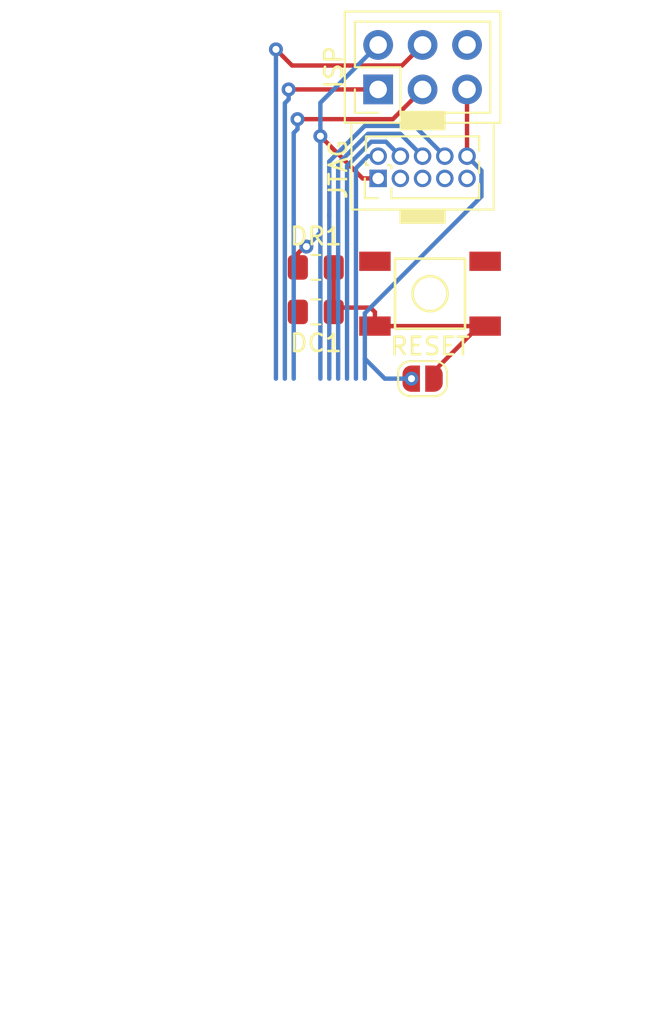
<source format=kicad_pcb>
(kicad_pcb (version 20171130) (host pcbnew 5.1.2)

  (general
    (thickness 1.6)
    (drawings 13)
    (tracks 75)
    (zones 0)
    (modules 6)
    (nets 13)
  )

  (page A4)
  (layers
    (0 F.Cu signal)
    (31 B.Cu signal)
    (32 B.Adhes user)
    (33 F.Adhes user)
    (34 B.Paste user)
    (35 F.Paste user)
    (36 B.SilkS user)
    (37 F.SilkS user)
    (38 B.Mask user)
    (39 F.Mask user)
    (40 Dwgs.User user)
    (41 Cmts.User user)
    (42 Eco1.User user)
    (43 Eco2.User user)
    (44 Edge.Cuts user)
    (45 Margin user)
    (46 B.CrtYd user)
    (47 F.CrtYd user)
    (48 B.Fab user)
    (49 F.Fab user)
  )

  (setup
    (last_trace_width 0.25)
    (trace_clearance 0.2)
    (zone_clearance 0.508)
    (zone_45_only no)
    (trace_min 0.2)
    (via_size 0.8)
    (via_drill 0.4)
    (via_min_size 0.4)
    (via_min_drill 0.3)
    (uvia_size 0.3)
    (uvia_drill 0.1)
    (uvias_allowed no)
    (uvia_min_size 0.2)
    (uvia_min_drill 0.1)
    (edge_width 0.05)
    (segment_width 0.2)
    (pcb_text_width 0.3)
    (pcb_text_size 1.5 1.5)
    (mod_edge_width 0.12)
    (mod_text_size 1 1)
    (mod_text_width 0.15)
    (pad_size 1.524 1.524)
    (pad_drill 0.762)
    (pad_to_mask_clearance 0.051)
    (solder_mask_min_width 0.25)
    (aux_axis_origin 0 0)
    (visible_elements FFFFFF7F)
    (pcbplotparams
      (layerselection 0x010fc_ffffffff)
      (usegerberextensions false)
      (usegerberattributes false)
      (usegerberadvancedattributes false)
      (creategerberjobfile false)
      (excludeedgelayer true)
      (linewidth 0.100000)
      (plotframeref false)
      (viasonmask false)
      (mode 1)
      (useauxorigin false)
      (hpglpennumber 1)
      (hpglpenspeed 20)
      (hpglpendiameter 15.000000)
      (psnegative false)
      (psa4output false)
      (plotreference true)
      (plotvalue true)
      (plotinvisibletext false)
      (padsonsilk false)
      (subtractmaskfromsilk false)
      (outputformat 1)
      (mirror false)
      (drillshape 1)
      (scaleselection 1)
      (outputdirectory ""))
  )

  (net 0 "")
  (net 1 GND)
  (net 2 VDD)
  (net 3 TCK)
  (net 4 TMS)
  (net 5 TDO)
  (net 6 TDI)
  (net 7 "Net-(DJ1-Pad5)")
  (net 8 ~RESET)
  (net 9 MOSI)
  (net 10 SCK)
  (net 11 MISO)
  (net 12 "Net-(DC1-Pad2)")

  (net_class Default "Dit is de standaard class."
    (clearance 0.2)
    (trace_width 0.25)
    (via_dia 0.8)
    (via_drill 0.4)
    (uvia_dia 0.3)
    (uvia_drill 0.1)
    (add_net GND)
    (add_net MISO)
    (add_net MOSI)
    (add_net "Net-(DC1-Pad2)")
    (add_net "Net-(DJ1-Pad5)")
    (add_net SCK)
    (add_net TCK)
    (add_net TDI)
    (add_net TDO)
    (add_net TMS)
    (add_net VDD)
    (add_net ~RESET)
  )

  (module Jumper:SolderJumper-2_P1.3mm_Open_RoundedPad1.0x1.5mm (layer F.Cu) (tedit 5B391E66) (tstamp 5CD47CDC)
    (at 156.21 72.39)
    (descr "SMD Solder Jumper, 1x1.5mm, rounded Pads, 0.3mm gap, open")
    (tags "solder jumper open")
    (path /5CD4C725)
    (attr virtual)
    (fp_text reference DJP1 (at 0 -1.8) (layer F.SilkS) hide
      (effects (font (size 1 1) (thickness 0.15)))
    )
    (fp_text value SolderJumper_2_Open (at 0 1.9) (layer F.Fab)
      (effects (font (size 1 1) (thickness 0.15)))
    )
    (fp_line (start 1.65 1.25) (end -1.65 1.25) (layer F.CrtYd) (width 0.05))
    (fp_line (start 1.65 1.25) (end 1.65 -1.25) (layer F.CrtYd) (width 0.05))
    (fp_line (start -1.65 -1.25) (end -1.65 1.25) (layer F.CrtYd) (width 0.05))
    (fp_line (start -1.65 -1.25) (end 1.65 -1.25) (layer F.CrtYd) (width 0.05))
    (fp_line (start -0.7 -1) (end 0.7 -1) (layer F.SilkS) (width 0.12))
    (fp_line (start 1.4 -0.3) (end 1.4 0.3) (layer F.SilkS) (width 0.12))
    (fp_line (start 0.7 1) (end -0.7 1) (layer F.SilkS) (width 0.12))
    (fp_line (start -1.4 0.3) (end -1.4 -0.3) (layer F.SilkS) (width 0.12))
    (fp_arc (start -0.7 -0.3) (end -0.7 -1) (angle -90) (layer F.SilkS) (width 0.12))
    (fp_arc (start -0.7 0.3) (end -1.4 0.3) (angle -90) (layer F.SilkS) (width 0.12))
    (fp_arc (start 0.7 0.3) (end 0.7 1) (angle -90) (layer F.SilkS) (width 0.12))
    (fp_arc (start 0.7 -0.3) (end 1.4 -0.3) (angle -90) (layer F.SilkS) (width 0.12))
    (pad 2 smd custom (at 0.65 0) (size 1 0.5) (layers F.Cu F.Mask)
      (net 12 "Net-(DC1-Pad2)") (zone_connect 2)
      (options (clearance outline) (anchor rect))
      (primitives
        (gr_circle (center 0 0.25) (end 0.5 0.25) (width 0))
        (gr_circle (center 0 -0.25) (end 0.5 -0.25) (width 0))
        (gr_poly (pts
           (xy 0 -0.75) (xy -0.5 -0.75) (xy -0.5 0.75) (xy 0 0.75)) (width 0))
      ))
    (pad 1 smd custom (at -0.65 0) (size 1 0.5) (layers F.Cu F.Mask)
      (net 8 ~RESET) (zone_connect 2)
      (options (clearance outline) (anchor rect))
      (primitives
        (gr_circle (center 0 0.25) (end 0.5 0.25) (width 0))
        (gr_circle (center 0 -0.25) (end 0.5 -0.25) (width 0))
        (gr_poly (pts
           (xy 0 -0.75) (xy 0.5 -0.75) (xy 0.5 0.75) (xy 0 0.75)) (width 0))
      ))
  )

  (module Connector_PinHeader_2.54mm:PinHeader_2x03_P2.54mm_Vertical (layer F.Cu) (tedit 59FED5CC) (tstamp 5CD47857)
    (at 153.67 55.88 90)
    (descr "Through hole straight pin header, 2x03, 2.54mm pitch, double rows")
    (tags "Through hole pin header THT 2x03 2.54mm double row")
    (path /5CD47AD2)
    (fp_text reference DJ2 (at 1.27 -2.33 90) (layer F.SilkS) hide
      (effects (font (size 1 1) (thickness 0.15)))
    )
    (fp_text value ISP (at 1.27 -2.54 90) (layer F.SilkS)
      (effects (font (size 1 1) (thickness 0.15)))
    )
    (fp_text user %R (at 1.27 2.54) (layer F.Fab)
      (effects (font (size 1 1) (thickness 0.15)))
    )
    (fp_line (start 4.35 -1.8) (end -1.8 -1.8) (layer F.CrtYd) (width 0.05))
    (fp_line (start 4.35 6.85) (end 4.35 -1.8) (layer F.CrtYd) (width 0.05))
    (fp_line (start -1.8 6.85) (end 4.35 6.85) (layer F.CrtYd) (width 0.05))
    (fp_line (start -1.8 -1.8) (end -1.8 6.85) (layer F.CrtYd) (width 0.05))
    (fp_line (start -1.33 -1.33) (end 0 -1.33) (layer F.SilkS) (width 0.12))
    (fp_line (start -1.33 0) (end -1.33 -1.33) (layer F.SilkS) (width 0.12))
    (fp_line (start 1.27 -1.33) (end 3.87 -1.33) (layer F.SilkS) (width 0.12))
    (fp_line (start 1.27 1.27) (end 1.27 -1.33) (layer F.SilkS) (width 0.12))
    (fp_line (start -1.33 1.27) (end 1.27 1.27) (layer F.SilkS) (width 0.12))
    (fp_line (start 3.87 -1.33) (end 3.87 6.41) (layer F.SilkS) (width 0.12))
    (fp_line (start -1.33 1.27) (end -1.33 6.41) (layer F.SilkS) (width 0.12))
    (fp_line (start -1.33 6.41) (end 3.87 6.41) (layer F.SilkS) (width 0.12))
    (fp_line (start -1.27 0) (end 0 -1.27) (layer F.Fab) (width 0.1))
    (fp_line (start -1.27 6.35) (end -1.27 0) (layer F.Fab) (width 0.1))
    (fp_line (start 3.81 6.35) (end -1.27 6.35) (layer F.Fab) (width 0.1))
    (fp_line (start 3.81 -1.27) (end 3.81 6.35) (layer F.Fab) (width 0.1))
    (fp_line (start 0 -1.27) (end 3.81 -1.27) (layer F.Fab) (width 0.1))
    (pad 6 thru_hole oval (at 2.54 5.08 90) (size 1.7 1.7) (drill 1) (layers *.Cu *.Mask)
      (net 1 GND))
    (pad 5 thru_hole oval (at 0 5.08 90) (size 1.7 1.7) (drill 1) (layers *.Cu *.Mask)
      (net 8 ~RESET))
    (pad 4 thru_hole oval (at 2.54 2.54 90) (size 1.7 1.7) (drill 1) (layers *.Cu *.Mask)
      (net 9 MOSI))
    (pad 3 thru_hole oval (at 0 2.54 90) (size 1.7 1.7) (drill 1) (layers *.Cu *.Mask)
      (net 10 SCK))
    (pad 2 thru_hole oval (at 2.54 0 90) (size 1.7 1.7) (drill 1) (layers *.Cu *.Mask)
      (net 2 VDD))
    (pad 1 thru_hole rect (at 0 0 90) (size 1.7 1.7) (drill 1) (layers *.Cu *.Mask)
      (net 11 MISO))
    (model ${KISYS3DMOD}/Connector_PinHeader_2.54mm.3dshapes/PinHeader_2x03_P2.54mm_Vertical.wrl
      (at (xyz 0 0 0))
      (scale (xyz 1 1 1))
      (rotate (xyz 0 0 0))
    )
  )

  (module lib:TS-1187 (layer F.Cu) (tedit 5C23E748) (tstamp 5CD31350)
    (at 156.635 67.54 180)
    (path /5CD35511)
    (fp_text reference DSW1 (at 0 3) (layer F.SilkS) hide
      (effects (font (size 1 1) (thickness 0.15)))
    )
    (fp_text value RESET (at 0 -3) (layer F.SilkS)
      (effects (font (size 1 1) (thickness 0.15)))
    )
    (fp_circle (center 0 0) (end 1 0) (layer F.SilkS) (width 0.15))
    (fp_line (start 2 2) (end -2 2) (layer F.SilkS) (width 0.15))
    (fp_line (start 2 -2) (end 2 2) (layer F.SilkS) (width 0.15))
    (fp_line (start -2 -2) (end 2 -2) (layer F.SilkS) (width 0.15))
    (fp_line (start -2 2) (end -2 -2) (layer F.SilkS) (width 0.15))
    (pad 2 smd rect (at 3.15 1.85 180) (size 1.8 1.1) (layers F.Cu F.Paste F.Mask)
      (net 1 GND))
    (pad 1 smd rect (at 3.15 -1.85 180) (size 1.8 1.1) (layers F.Cu F.Paste F.Mask)
      (net 12 "Net-(DC1-Pad2)"))
    (pad 2 smd rect (at -3.15 1.85 180) (size 1.8 1.1) (layers F.Cu F.Paste F.Mask)
      (net 1 GND))
    (pad 1 smd rect (at -3.15 -1.85 180) (size 1.8 1.1) (layers F.Cu F.Paste F.Mask)
      (net 12 "Net-(DC1-Pad2)"))
  )

  (module Resistor_SMD:R_0805_2012Metric_Pad1.15x1.40mm_HandSolder (layer F.Cu) (tedit 5B36C52B) (tstamp 5CD345C8)
    (at 150.105 66.04)
    (descr "Resistor SMD 0805 (2012 Metric), square (rectangular) end terminal, IPC_7351 nominal with elongated pad for handsoldering. (Body size source: https://docs.google.com/spreadsheets/d/1BsfQQcO9C6DZCsRaXUlFlo91Tg2WpOkGARC1WS5S8t0/edit?usp=sharing), generated with kicad-footprint-generator")
    (tags "resistor handsolder")
    (path /5CD372D0)
    (attr smd)
    (fp_text reference DR1 (at 0.009 -1.778) (layer F.SilkS)
      (effects (font (size 1 1) (thickness 0.15)))
    )
    (fp_text value 10K (at 0 1.65) (layer F.Fab)
      (effects (font (size 1 1) (thickness 0.15)))
    )
    (fp_text user %R (at 0 0) (layer F.Fab)
      (effects (font (size 0.5 0.5) (thickness 0.08)))
    )
    (fp_line (start 1.85 0.95) (end -1.85 0.95) (layer F.CrtYd) (width 0.05))
    (fp_line (start 1.85 -0.95) (end 1.85 0.95) (layer F.CrtYd) (width 0.05))
    (fp_line (start -1.85 -0.95) (end 1.85 -0.95) (layer F.CrtYd) (width 0.05))
    (fp_line (start -1.85 0.95) (end -1.85 -0.95) (layer F.CrtYd) (width 0.05))
    (fp_line (start -0.261252 0.71) (end 0.261252 0.71) (layer F.SilkS) (width 0.12))
    (fp_line (start -0.261252 -0.71) (end 0.261252 -0.71) (layer F.SilkS) (width 0.12))
    (fp_line (start 1 0.6) (end -1 0.6) (layer F.Fab) (width 0.1))
    (fp_line (start 1 -0.6) (end 1 0.6) (layer F.Fab) (width 0.1))
    (fp_line (start -1 -0.6) (end 1 -0.6) (layer F.Fab) (width 0.1))
    (fp_line (start -1 0.6) (end -1 -0.6) (layer F.Fab) (width 0.1))
    (pad 2 smd roundrect (at 1.025 0) (size 1.15 1.4) (layers F.Cu F.Paste F.Mask) (roundrect_rratio 0.217391)
      (net 12 "Net-(DC1-Pad2)"))
    (pad 1 smd roundrect (at -1.025 0) (size 1.15 1.4) (layers F.Cu F.Paste F.Mask) (roundrect_rratio 0.217391)
      (net 2 VDD))
    (model ${KISYS3DMOD}/Resistor_SMD.3dshapes/R_0805_2012Metric.wrl
      (at (xyz 0 0 0))
      (scale (xyz 1 1 1))
      (rotate (xyz 0 0 0))
    )
  )

  (module Connector_PinHeader_1.27mm:PinHeader_2x05_P1.27mm_Vertical locked (layer F.Cu) (tedit 59FED6E3) (tstamp 5CD31319)
    (at 153.67 60.96 90)
    (descr "Through hole straight pin header, 2x05, 1.27mm pitch, double rows")
    (tags "Through hole pin header THT 2x05 1.27mm double row")
    (path /5CD31435)
    (fp_text reference DJ1 (at 0.635 -1.695 90) (layer F.SilkS) hide
      (effects (font (size 1 1) (thickness 0.15)))
    )
    (fp_text value JTAG (at 0.508 -2.286 270) (layer F.SilkS)
      (effects (font (size 1 1) (thickness 0.15)))
    )
    (fp_line (start -0.2175 -0.635) (end 2.34 -0.635) (layer F.Fab) (width 0.1))
    (fp_line (start 2.34 -0.635) (end 2.34 5.715) (layer F.Fab) (width 0.1))
    (fp_line (start 2.34 5.715) (end -1.07 5.715) (layer F.Fab) (width 0.1))
    (fp_line (start -1.07 5.715) (end -1.07 0.2175) (layer F.Fab) (width 0.1))
    (fp_line (start -1.07 0.2175) (end -0.2175 -0.635) (layer F.Fab) (width 0.1))
    (fp_line (start -1.13 5.775) (end -0.30753 5.775) (layer F.SilkS) (width 0.12))
    (fp_line (start 1.57753 5.775) (end 2.4 5.775) (layer F.SilkS) (width 0.12))
    (fp_line (start 0.30753 5.775) (end 0.96247 5.775) (layer F.SilkS) (width 0.12))
    (fp_line (start -1.13 0.76) (end -1.13 5.775) (layer F.SilkS) (width 0.12))
    (fp_line (start 2.4 -0.695) (end 2.4 5.775) (layer F.SilkS) (width 0.12))
    (fp_line (start -1.13 0.76) (end -0.563471 0.76) (layer F.SilkS) (width 0.12))
    (fp_line (start 0.563471 0.76) (end 0.706529 0.76) (layer F.SilkS) (width 0.12))
    (fp_line (start 0.76 0.706529) (end 0.76 0.563471) (layer F.SilkS) (width 0.12))
    (fp_line (start 0.76 -0.563471) (end 0.76 -0.695) (layer F.SilkS) (width 0.12))
    (fp_line (start 0.76 -0.695) (end 0.96247 -0.695) (layer F.SilkS) (width 0.12))
    (fp_line (start 1.57753 -0.695) (end 2.4 -0.695) (layer F.SilkS) (width 0.12))
    (fp_line (start -1.13 0) (end -1.13 -0.76) (layer F.SilkS) (width 0.12))
    (fp_line (start -1.13 -0.76) (end 0 -0.76) (layer F.SilkS) (width 0.12))
    (fp_line (start -1.6 -1.15) (end -1.6 6.25) (layer F.CrtYd) (width 0.05))
    (fp_line (start -1.6 6.25) (end 2.85 6.25) (layer F.CrtYd) (width 0.05))
    (fp_line (start 2.85 6.25) (end 2.85 -1.15) (layer F.CrtYd) (width 0.05))
    (fp_line (start 2.85 -1.15) (end -1.6 -1.15) (layer F.CrtYd) (width 0.05))
    (fp_text user %R (at 0.635 2.54) (layer F.Fab)
      (effects (font (size 1 1) (thickness 0.15)))
    )
    (pad 1 thru_hole rect (at 0 0 90) (size 1 1) (drill 0.65) (layers *.Cu *.Mask)
      (net 2 VDD))
    (pad 2 thru_hole oval (at 1.27 0 90) (size 1 1) (drill 0.65) (layers *.Cu *.Mask)
      (net 4 TMS))
    (pad 3 thru_hole oval (at 0 1.27 90) (size 1 1) (drill 0.65) (layers *.Cu *.Mask)
      (net 1 GND))
    (pad 4 thru_hole oval (at 1.27 1.27 90) (size 1 1) (drill 0.65) (layers *.Cu *.Mask)
      (net 3 TCK))
    (pad 5 thru_hole oval (at 0 2.54 90) (size 1 1) (drill 0.65) (layers *.Cu *.Mask)
      (net 7 "Net-(DJ1-Pad5)"))
    (pad 6 thru_hole oval (at 1.27 2.54 90) (size 1 1) (drill 0.65) (layers *.Cu *.Mask)
      (net 5 TDO))
    (pad 7 thru_hole oval (at 0 3.81 90) (size 1 1) (drill 0.65) (layers *.Cu *.Mask)
      (net 1 GND))
    (pad 8 thru_hole oval (at 1.27 3.81 90) (size 1 1) (drill 0.65) (layers *.Cu *.Mask)
      (net 6 TDI))
    (pad 9 thru_hole oval (at 0 5.08 90) (size 1 1) (drill 0.65) (layers *.Cu *.Mask)
      (net 1 GND))
    (pad 10 thru_hole oval (at 1.27 5.08 90) (size 1 1) (drill 0.65) (layers *.Cu *.Mask)
      (net 8 ~RESET))
    (model ${KISYS3DMOD}/Connector_PinHeader_1.27mm.3dshapes/PinHeader_2x05_P1.27mm_Vertical.wrl
      (at (xyz 0 0 0))
      (scale (xyz 1 1 1))
      (rotate (xyz 0 0 0))
    )
  )

  (module Capacitor_SMD:C_0805_2012Metric_Pad1.15x1.40mm_HandSolder (layer F.Cu) (tedit 5B36C52B) (tstamp 5CD312F4)
    (at 150.105 68.58)
    (descr "Capacitor SMD 0805 (2012 Metric), square (rectangular) end terminal, IPC_7351 nominal with elongated pad for handsoldering. (Body size source: https://docs.google.com/spreadsheets/d/1BsfQQcO9C6DZCsRaXUlFlo91Tg2WpOkGARC1WS5S8t0/edit?usp=sharing), generated with kicad-footprint-generator")
    (tags "capacitor handsolder")
    (path /5CD35E46)
    (attr smd)
    (fp_text reference DC1 (at 0.009 1.778) (layer F.SilkS)
      (effects (font (size 1 1) (thickness 0.15)))
    )
    (fp_text value 100nF (at 0 1.65) (layer F.Fab)
      (effects (font (size 1 1) (thickness 0.15)))
    )
    (fp_text user %R (at 0 0) (layer F.Fab)
      (effects (font (size 0.5 0.5) (thickness 0.08)))
    )
    (fp_line (start 1.85 0.95) (end -1.85 0.95) (layer F.CrtYd) (width 0.05))
    (fp_line (start 1.85 -0.95) (end 1.85 0.95) (layer F.CrtYd) (width 0.05))
    (fp_line (start -1.85 -0.95) (end 1.85 -0.95) (layer F.CrtYd) (width 0.05))
    (fp_line (start -1.85 0.95) (end -1.85 -0.95) (layer F.CrtYd) (width 0.05))
    (fp_line (start -0.261252 0.71) (end 0.261252 0.71) (layer F.SilkS) (width 0.12))
    (fp_line (start -0.261252 -0.71) (end 0.261252 -0.71) (layer F.SilkS) (width 0.12))
    (fp_line (start 1 0.6) (end -1 0.6) (layer F.Fab) (width 0.1))
    (fp_line (start 1 -0.6) (end 1 0.6) (layer F.Fab) (width 0.1))
    (fp_line (start -1 -0.6) (end 1 -0.6) (layer F.Fab) (width 0.1))
    (fp_line (start -1 0.6) (end -1 -0.6) (layer F.Fab) (width 0.1))
    (pad 2 smd roundrect (at 1.025 0) (size 1.15 1.4) (layers F.Cu F.Paste F.Mask) (roundrect_rratio 0.217391)
      (net 12 "Net-(DC1-Pad2)"))
    (pad 1 smd roundrect (at -1.025 0) (size 1.15 1.4) (layers F.Cu F.Paste F.Mask) (roundrect_rratio 0.217391)
      (net 1 GND))
    (model ${KISYS3DMOD}/Capacitor_SMD.3dshapes/C_0805_2012Metric.wrl
      (at (xyz 0 0 0))
      (scale (xyz 1 1 1))
      (rotate (xyz 0 0 0))
    )
  )

  (gr_poly (pts (xy 154.94 57.21) (xy 154.94 58.166) (xy 157.48 58.166) (xy 157.48 57.15) (xy 154.94 57.15)) (layer F.SilkS) (width 0.1))
  (gr_line (start 151.765 51.435) (end 151.765 57.785) (layer F.SilkS) (width 0.12) (tstamp 5CD4808E))
  (gr_line (start 160.655 51.435) (end 151.765 51.435) (layer F.SilkS) (width 0.12))
  (gr_line (start 160.655 57.785) (end 160.655 51.435) (layer F.SilkS) (width 0.12))
  (gr_line (start 151.765 57.785) (end 160.655 57.785) (layer F.SilkS) (width 0.12))
  (gr_poly (pts (xy 154.94 62.738) (xy 154.94 63.5) (xy 157.48 63.5) (xy 157.48 62.738)) (layer F.SilkS) (width 0.1))
  (gr_line (start 152.146 62.738) (end 152.146 57.912) (layer F.SilkS) (width 0.12) (tstamp 5CD343BA))
  (gr_line (start 160.274 62.738) (end 152.146 62.738) (layer F.SilkS) (width 0.12))
  (gr_line (start 160.274 57.912) (end 160.274 62.738) (layer F.SilkS) (width 0.12))
  (gr_line (start 170.18 50.8) (end 132.08 50.8) (layer Dwgs.User) (width 0.05) (tstamp 5CD3006B))
  (gr_line (start 170.18 109.22) (end 170.18 50.8) (layer Dwgs.User) (width 0.05))
  (gr_line (start 132.08 109.22) (end 170.18 109.22) (layer Dwgs.User) (width 0.05))
  (gr_line (start 132.08 50.8) (end 132.08 109.22) (layer Dwgs.User) (width 0.05))

  (via (at 155.575 72.39) (size 0.8) (drill 0.4) (layers F.Cu B.Cu) (net 8))
  (segment (start 147.828 72.39) (end 147.828 61.722) (width 0.25) (layer B.Cu) (net 9))
  (via (at 147.828 53.594) (size 0.8) (drill 0.4) (layers F.Cu B.Cu) (net 9))
  (segment (start 147.828 61.722) (end 147.828 53.594) (width 0.25) (layer B.Cu) (net 9))
  (segment (start 153.67 61.205) (end 153.67 60.96) (width 0.25) (layer F.Cu) (net 2))
  (segment (start 150.368 72.39) (end 150.368 63.754) (width 0.25) (layer B.Cu) (net 2))
  (segment (start 150.368 63.754) (end 150.368 59.861768) (width 0.25) (layer B.Cu) (net 2))
  (segment (start 150.368 56.642) (end 153.67 53.34) (width 0.25) (layer B.Cu) (net 2))
  (segment (start 150.368 59.861768) (end 150.368 58.547) (width 0.25) (layer B.Cu) (net 2))
  (segment (start 150.368 64.051805) (end 149.969009 64.450796) (width 0.25) (layer B.Cu) (net 2))
  (segment (start 149.08 65.24) (end 149.469205 64.850795) (width 0.25) (layer F.Cu) (net 2))
  (via (at 149.56901 64.850795) (size 0.8) (drill 0.4) (layers F.Cu B.Cu) (net 2))
  (segment (start 149.08 66.04) (end 149.08 65.24) (width 0.25) (layer F.Cu) (net 2))
  (segment (start 149.469205 64.850795) (end 149.56901 64.850795) (width 0.25) (layer F.Cu) (net 2))
  (segment (start 149.969009 64.450796) (end 149.56901 64.850795) (width 0.25) (layer B.Cu) (net 2))
  (segment (start 150.368 63.754) (end 150.368 64.051805) (width 0.25) (layer B.Cu) (net 2))
  (segment (start 150.368 58.547) (end 150.368 56.642) (width 0.25) (layer B.Cu) (net 2) (tstamp 5CD47E17))
  (via (at 150.368 58.547) (size 0.8) (drill 0.4) (layers F.Cu B.Cu) (net 2))
  (segment (start 152.781 60.96) (end 150.368 58.547) (width 0.25) (layer F.Cu) (net 2))
  (segment (start 153.67 60.96) (end 152.781 60.96) (width 0.25) (layer F.Cu) (net 2))
  (segment (start 159.785 69.39) (end 160.48 69.39) (width 0.25) (layer F.Cu) (net 12))
  (segment (start 151.13 68.335) (end 153.23 68.335) (width 0.25) (layer F.Cu) (net 12))
  (segment (start 152.908 68.657) (end 153.23 68.335) (width 0.25) (layer B.Cu) (net 8))
  (segment (start 153.629999 67.935001) (end 153.23 68.335) (width 0.25) (layer B.Cu) (net 8))
  (segment (start 159.575001 61.989999) (end 153.629999 67.935001) (width 0.25) (layer B.Cu) (net 8))
  (segment (start 159.575001 60.515001) (end 159.575001 61.989999) (width 0.25) (layer B.Cu) (net 8))
  (segment (start 158.75 59.69) (end 159.575001 60.515001) (width 0.25) (layer B.Cu) (net 8))
  (segment (start 155.575 72.39) (end 154.051 72.39) (width 0.25) (layer B.Cu) (net 8))
  (segment (start 152.908 72.39) (end 152.908 71.247) (width 0.25) (layer B.Cu) (net 8))
  (segment (start 154.051 72.39) (end 152.908 71.247) (width 0.25) (layer B.Cu) (net 8))
  (segment (start 152.908 71.247) (end 152.908 68.657) (width 0.25) (layer B.Cu) (net 8))
  (segment (start 151.13 68.58) (end 151.13 66.04) (width 0.25) (layer F.Cu) (net 12))
  (segment (start 154.114999 58.864999) (end 154.94 59.69) (width 0.25) (layer B.Cu) (net 3))
  (segment (start 153.273999 58.864999) (end 154.114999 58.864999) (width 0.25) (layer B.Cu) (net 3))
  (segment (start 151.892 72.39) (end 151.892 60.246998) (width 0.25) (layer B.Cu) (net 3))
  (segment (start 151.892 60.246998) (end 153.273999 58.864999) (width 0.25) (layer B.Cu) (net 3))
  (segment (start 153.085408 59.69) (end 152.4 60.375408) (width 0.25) (layer B.Cu) (net 4))
  (segment (start 153.67 59.69) (end 153.085408 59.69) (width 0.25) (layer B.Cu) (net 4))
  (segment (start 152.4 60.375408) (end 152.4 72.39) (width 0.25) (layer B.Cu) (net 4))
  (segment (start 153.087599 58.414988) (end 151.384 60.118587) (width 0.25) (layer B.Cu) (net 5))
  (segment (start 156.21 59.69) (end 154.934988 58.414988) (width 0.25) (layer B.Cu) (net 5))
  (segment (start 154.934988 58.414988) (end 153.087599 58.414988) (width 0.25) (layer B.Cu) (net 5))
  (segment (start 151.384 60.118587) (end 151.384 63.119) (width 0.25) (layer B.Cu) (net 5))
  (segment (start 151.384 63.119) (end 151.384 72.39) (width 0.25) (layer B.Cu) (net 5))
  (segment (start 152.901197 57.964981) (end 150.876 59.990178) (width 0.25) (layer B.Cu) (net 6))
  (segment (start 157.48 59.69) (end 155.754981 57.964981) (width 0.25) (layer B.Cu) (net 6))
  (segment (start 155.754981 57.964981) (end 152.901197 57.964981) (width 0.25) (layer B.Cu) (net 6))
  (segment (start 150.876 62.992) (end 150.876 72.39) (width 0.25) (layer B.Cu) (net 6))
  (segment (start 150.876 59.990178) (end 150.876 62.992) (width 0.25) (layer B.Cu) (net 6))
  (segment (start 150.876 62.992) (end 150.876 63.119) (width 0.25) (layer B.Cu) (net 6))
  (segment (start 158.75 55.88) (end 158.75 59.69) (width 0.25) (layer F.Cu) (net 8))
  (segment (start 148.227999 53.993999) (end 147.828 53.594) (width 0.25) (layer F.Cu) (net 9))
  (segment (start 148.749001 54.515001) (end 148.227999 53.993999) (width 0.25) (layer F.Cu) (net 9))
  (segment (start 155.034999 54.515001) (end 148.749001 54.515001) (width 0.25) (layer F.Cu) (net 9))
  (segment (start 156.21 53.34) (end 155.034999 54.515001) (width 0.25) (layer F.Cu) (net 9))
  (via (at 149.06101 57.577205) (size 0.8) (drill 0.4) (layers F.Cu B.Cu) (net 10))
  (segment (start 149.06101 58.14289) (end 149.06101 57.577205) (width 0.25) (layer B.Cu) (net 10))
  (segment (start 148.844 72.39) (end 148.844 58.3599) (width 0.25) (layer B.Cu) (net 10))
  (segment (start 148.844 58.3599) (end 149.06101 58.14289) (width 0.25) (layer B.Cu) (net 10))
  (segment (start 149.06101 57.577205) (end 154.512795 57.577205) (width 0.25) (layer F.Cu) (net 10))
  (segment (start 154.512795 57.577205) (end 154.686 57.404) (width 0.25) (layer F.Cu) (net 10))
  (segment (start 156.21 55.88) (end 154.686 57.404) (width 0.25) (layer F.Cu) (net 10))
  (segment (start 148.336 56.662695) (end 148.55301 56.445685) (width 0.25) (layer B.Cu) (net 11))
  (segment (start 148.55301 56.445685) (end 148.55301 55.88) (width 0.25) (layer B.Cu) (net 11))
  (segment (start 148.336 72.39) (end 148.336 56.662695) (width 0.25) (layer B.Cu) (net 11))
  (via (at 148.55301 55.88) (size 0.8) (drill 0.4) (layers F.Cu B.Cu) (net 11))
  (segment (start 153.67 55.88) (end 148.55301 55.88) (width 0.25) (layer F.Cu) (net 11))
  (segment (start 153.23 68.335) (end 153.485 68.59) (width 0.25) (layer F.Cu) (net 12))
  (segment (start 153.485 68.59) (end 153.485 69.39) (width 0.25) (layer F.Cu) (net 12))
  (segment (start 154.635 69.39) (end 153.485 69.39) (width 0.25) (layer F.Cu) (net 12))
  (segment (start 154.707592 69.39) (end 154.635 69.39) (width 0.25) (layer F.Cu) (net 12))
  (segment (start 153.485 69.39) (end 159.785 69.39) (width 0.25) (layer F.Cu) (net 12))
  (segment (start 156.86 71.965) (end 156.86 72.39) (width 0.25) (layer F.Cu) (net 12))
  (segment (start 159.435 69.39) (end 156.86 71.965) (width 0.25) (layer F.Cu) (net 12))
  (segment (start 159.785 69.39) (end 159.435 69.39) (width 0.25) (layer F.Cu) (net 12))

)

</source>
